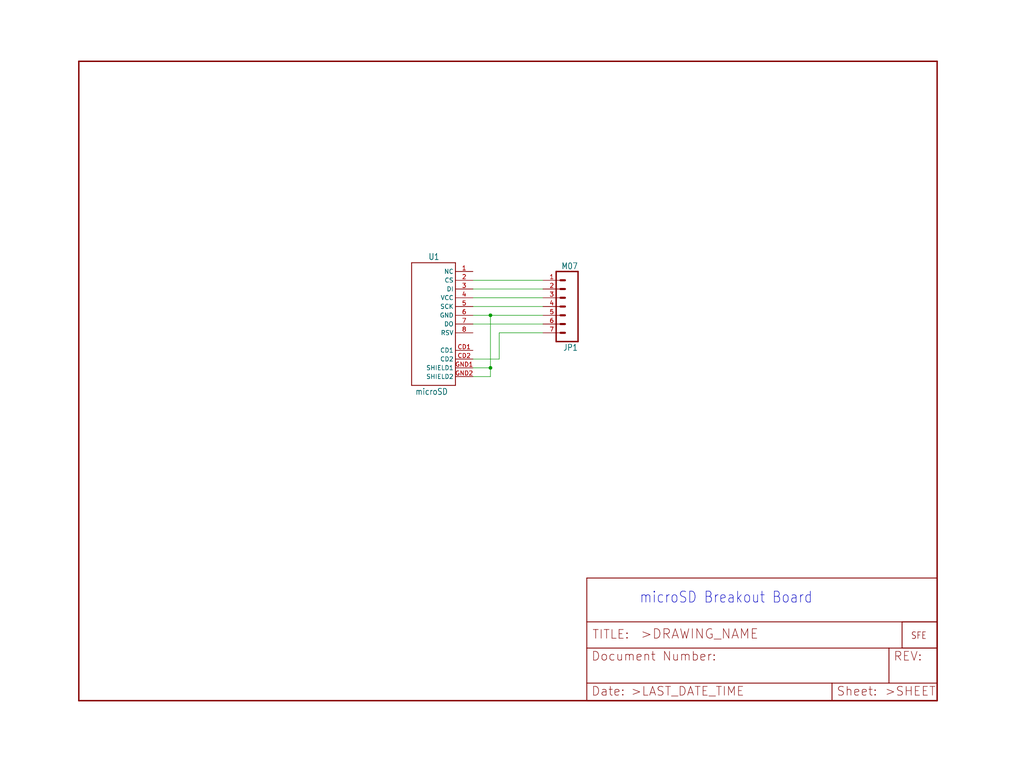
<source format=kicad_sch>
(kicad_sch (version 20211123) (generator eeschema)
  (paper "User" 297.002 223.926)
  (lib_symbols
    (symbol "SparkFun_microSD_Breakout-eagle-import:FRAME-LETTER"
      (symbol "FRAME-LETTER_1_0"
        (polyline (pts (xy 0 0) (xy 248.92 0)) (stroke (width 0.4064)))
        (polyline (pts (xy 0 185.42) (xy 0 0)) (stroke (width 0.4064)))
        (polyline (pts (xy 0 185.42) (xy 248.92 185.42)) (stroke (width 0.4064)))
        (polyline (pts (xy 248.92 185.42) (xy 248.92 0)) (stroke (width 0.4064)))
      )
      (symbol "FRAME-LETTER_2_0"
        (polyline (pts (xy 0 0) (xy 0 5.08)) (stroke (width 0.254)))
        (polyline (pts (xy 0 0) (xy 71.12 0)) (stroke (width 0.254)))
        (polyline (pts (xy 0 5.08) (xy 0 15.24)) (stroke (width 0.254)))
        (polyline (pts (xy 0 5.08) (xy 71.12 5.08)) (stroke (width 0.254)))
        (polyline (pts (xy 0 15.24) (xy 0 22.86)) (stroke (width 0.254)))
        (polyline (pts (xy 0 22.86) (xy 0 35.56)) (stroke (width 0.254)))
        (polyline (pts (xy 0 22.86) (xy 101.6 22.86)) (stroke (width 0.254)))
        (polyline (pts (xy 71.12 0) (xy 101.6 0)) (stroke (width 0.254)))
        (polyline (pts (xy 71.12 5.08) (xy 71.12 0)) (stroke (width 0.254)))
        (polyline (pts (xy 71.12 5.08) (xy 87.63 5.08)) (stroke (width 0.254)))
        (polyline (pts (xy 87.63 5.08) (xy 101.6 5.08)) (stroke (width 0.254)))
        (polyline (pts (xy 87.63 15.24) (xy 0 15.24)) (stroke (width 0.254)))
        (polyline (pts (xy 87.63 15.24) (xy 87.63 5.08)) (stroke (width 0.254)))
        (polyline (pts (xy 101.6 5.08) (xy 101.6 0)) (stroke (width 0.254)))
        (polyline (pts (xy 101.6 15.24) (xy 87.63 15.24)) (stroke (width 0.254)))
        (polyline (pts (xy 101.6 15.24) (xy 101.6 5.08)) (stroke (width 0.254)))
        (polyline (pts (xy 101.6 22.86) (xy 101.6 15.24)) (stroke (width 0.254)))
        (polyline (pts (xy 101.6 35.56) (xy 0 35.56)) (stroke (width 0.254)))
        (polyline (pts (xy 101.6 35.56) (xy 101.6 22.86)) (stroke (width 0.254)))
        (text ">DRAWING_NAME" (at 15.494 17.78 0) (effects (font (size 2.7432 2.7432)) (justify left bottom)))
        (text ">LAST_DATE_TIME" (at 12.7 1.27 0) (effects (font (size 2.54 2.54)) (justify left bottom)))
        (text ">SHEET" (at 86.36 1.27 0) (effects (font (size 2.54 2.54)) (justify left bottom)))
        (text "Date:" (at 1.27 1.27 0) (effects (font (size 2.54 2.54)) (justify left bottom)))
        (text "Document Number:" (at 1.27 11.43 0) (effects (font (size 2.54 2.54)) (justify left bottom)))
        (text "REV:" (at 88.9 11.43 0) (effects (font (size 2.54 2.54)) (justify left bottom)))
        (text "Sheet:" (at 72.39 1.27 0) (effects (font (size 2.54 2.54)) (justify left bottom)))
        (text "TITLE:" (at 1.524 17.78 0) (effects (font (size 2.54 2.54)) (justify left bottom)))
      )
    )
    (symbol "SparkFun_microSD_Breakout-eagle-import:LOGO-SFENEW"
      (symbol "LOGO-SFENEW_1_0"
        (polyline (pts (xy -2.54 -2.54) (xy 7.62 -2.54)) (stroke (width 0.254)))
        (polyline (pts (xy -2.54 5.08) (xy -2.54 -2.54)) (stroke (width 0.254)))
        (polyline (pts (xy 7.62 -2.54) (xy 7.62 5.08)) (stroke (width 0.254)))
        (polyline (pts (xy 7.62 5.08) (xy -2.54 5.08)) (stroke (width 0.254)))
        (text "SFE" (at 0 0 0) (effects (font (size 1.9304 1.6408)) (justify left bottom)))
      )
    )
    (symbol "SparkFun_microSD_Breakout-eagle-import:M07"
      (property "Reference" "JP" (at -5.08 13.462 0))
      (property "Value" "M07" (at -5.08 -10.16 0))
      (symbol "M07_1_0"
        (polyline (pts (xy -5.08 12.7) (xy -5.08 -7.62)) (stroke (width 0.4064)))
        (polyline (pts (xy -5.08 12.7) (xy 1.27 12.7)) (stroke (width 0.4064)))
        (polyline (pts (xy -1.27 -5.08) (xy 0 -5.08)) (stroke (width 0.6096)))
        (polyline (pts (xy -1.27 -2.54) (xy 0 -2.54)) (stroke (width 0.6096)))
        (polyline (pts (xy -1.27 0) (xy 0 0)) (stroke (width 0.6096)))
        (polyline (pts (xy -1.27 2.54) (xy 0 2.54)) (stroke (width 0.6096)))
        (polyline (pts (xy -1.27 5.08) (xy 0 5.08)) (stroke (width 0.6096)))
        (polyline (pts (xy -1.27 7.62) (xy 0 7.62)) (stroke (width 0.6096)))
        (polyline (pts (xy -1.27 10.16) (xy 0 10.16)) (stroke (width 0.6096)))
        (polyline (pts (xy 1.27 -7.62) (xy -5.08 -7.62)) (stroke (width 0.4064)))
        (polyline (pts (xy 1.27 -7.62) (xy 1.27 12.7)) (stroke (width 0.4064)))
        (pin passive line (at 5.08 -5.08 180) (length 5.08) (name "1") (number "1"))
        (pin passive line (at 5.08 -2.54 180) (length 5.08) (name "2") (number "2"))
        (pin passive line (at 5.08 0 180) (length 5.08) (name "3") (number "3"))
        (pin passive line (at 5.08 2.54 180) (length 5.08) (name "4") (number "4"))
        (pin passive line (at 5.08 5.08 180) (length 5.08) (name "5") (number "5"))
        (pin passive line (at 5.08 7.62 180) (length 5.08) (name "6") (number "6"))
        (pin passive line (at 5.08 10.16 180) (length 5.08) (name "7") (number "7"))
      )
    )
    (symbol "SparkFun_microSD_Breakout-eagle-import:USD-SOCKETSMD"
      (property "Reference" "U" (at -2.54 15.748 0))
      (property "Value" "USD-SOCKETSMD" (at -2.54 -22.86 0))
      (symbol "USD-SOCKETSMD_1_0"
        (polyline (pts (xy -2.54 -20.32) (xy -2.54 15.24)) (stroke (width 0.254)))
        (polyline (pts (xy -2.54 15.24) (xy 10.16 15.24)) (stroke (width 0.254)))
        (polyline (pts (xy 10.16 -20.32) (xy -2.54 -20.32)) (stroke (width 0.254)))
        (polyline (pts (xy 10.16 15.24) (xy 10.16 -20.32)) (stroke (width 0.254)))
        (pin bidirectional line (at -7.62 12.7 0) (length 5.08) (name "NC") (number "1"))
        (pin bidirectional line (at -7.62 10.16 0) (length 5.08) (name "CS") (number "2"))
        (pin bidirectional line (at -7.62 7.62 0) (length 5.08) (name "DI") (number "3"))
        (pin bidirectional line (at -7.62 5.08 0) (length 5.08) (name "VCC") (number "4"))
        (pin bidirectional line (at -7.62 2.54 0) (length 5.08) (name "SCK") (number "5"))
        (pin bidirectional line (at -7.62 0 0) (length 5.08) (name "GND") (number "6"))
        (pin bidirectional line (at -7.62 -2.54 0) (length 5.08) (name "DO") (number "7"))
        (pin bidirectional line (at -7.62 -5.08 0) (length 5.08) (name "RSV") (number "8"))
        (pin bidirectional line (at -7.62 -10.16 0) (length 5.08) (name "CD1") (number "CD1"))
        (pin bidirectional line (at -7.62 -12.7 0) (length 5.08) (name "CD2") (number "CD2"))
        (pin bidirectional line (at -7.62 -15.24 0) (length 5.08) (name "SHIELD1") (number "GND1"))
        (pin bidirectional line (at -7.62 -17.78 0) (length 5.08) (name "SHIELD2") (number "GND2"))
      )
    )
  )
  (junction (at 142.24 106.68))
  (junction (at 142.24 91.44))
  (wire (pts (xy 137.16 88.9) (xy 157.48 88.9)))
  (wire (pts (xy 137.16 93.98) (xy 157.48 93.98)))
  (wire (pts (xy 142.24 91.44) (xy 157.48 91.44)))
  (wire (pts (xy 137.16 106.68) (xy 142.24 106.68)))
  (wire (pts (xy 137.16 104.14) (xy 144.78 104.14)))
  (wire (pts (xy 137.16 83.82) (xy 157.48 83.82)))
  (wire (pts (xy 142.24 109.22) (xy 142.24 106.68)))
  (wire (pts (xy 137.16 91.44) (xy 142.24 91.44)))
  (wire (pts (xy 137.16 81.28) (xy 157.48 81.28)))
  (wire (pts (xy 144.78 96.52) (xy 157.48 96.52)))
  (wire (pts (xy 137.16 86.36) (xy 157.48 86.36)))
  (wire (pts (xy 137.16 109.22) (xy 142.24 109.22)))
  (wire (pts (xy 142.24 106.68) (xy 142.24 91.44)))
  (wire (pts (xy 144.78 104.14) (xy 144.78 96.52)))
  (text "microSD Breakout Board" (at 185.42 175.26 180) (effects (font (size 3.175 2.6987)) (justify left bottom)))
  (symbol (lib_id "SparkFun_microSD_Breakout-eagle-import:LOGO-SFENEW") (at 264.16 185.42 0) (unit 1)
    (property "Reference" "U$1" (effects hide))
    (property "Value" "LOGO-SFENEW" (effects hide))
    (property "Footprint" "SparkFun_microSD_Breakout:SFE-NEW-WEBLOGO" (effects hide))
  )
  (symbol (lib_id "SparkFun_microSD_Breakout-eagle-import:M07") (at 162.56 86.36 180) (unit 1)
    (property "Reference" "JP1" (at 167.64 99.822 0) (effects (font (size 1.778 1.5113)) (justify left bottom)))
    (property "Value" "M07" (at 167.64 76.2 0) (effects (font (size 1.778 1.5113)) (justify left bottom)))
    (property "Footprint" "SparkFun_microSD_Breakout:1X07" (effects hide))
  )
  (symbol (lib_id "SparkFun_microSD_Breakout-eagle-import:FRAME-LETTER") (at 22.86 203.2 0) (unit 1)
    (property "Reference" "#FRAME1" (effects hide))
    (property "Value" "FRAME-LETTER" (effects hide))
    (property "Footprint" "SparkFun_microSD_Breakout:" (effects hide))
  )
  (symbol (lib_id "SparkFun_microSD_Breakout-eagle-import:USD-SOCKETSMD") (at 129.54 91.44 0) (mirror y) (unit 1)
    (property "Reference" "U1" (at 124.206 75.438 0) (effects (font (size 1.778 1.5113)) (justify right bottom)))
    (property "Value" "microSD" (at 120.396 114.554 0) (effects (font (size 1.778 1.5113)) (justify right bottom)))
    (property "Footprint" "SparkFun_microSD_Breakout:MICRO-SD-SOCKET-PP" (effects hide))
  )
  (symbol (lib_id "SparkFun_microSD_Breakout-eagle-import:FRAME-LETTER") (at 170.18 203.2 0) (unit 2)
    (property "Reference" "#FRAME1" (effects hide))
    (property "Value" "FRAME-LETTER" (effects hide))
    (property "Footprint" "SparkFun_microSD_Breakout:" (effects hide))
  )
)
</source>
